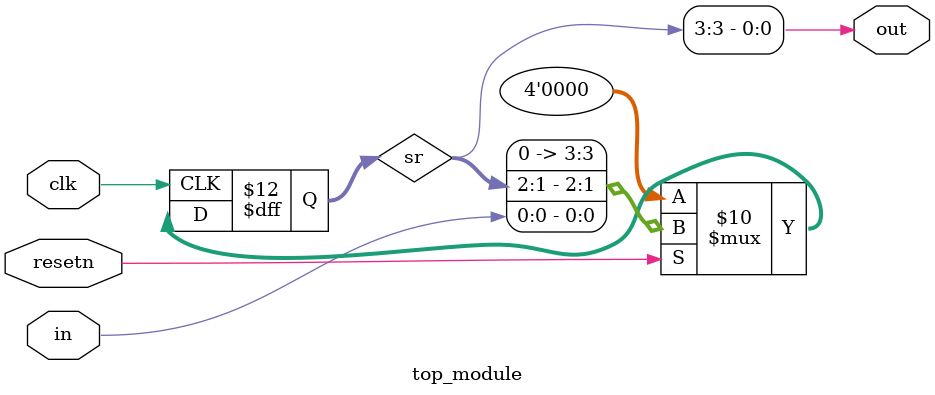
<source format=sv>
module top_module (
	input clk,
	input resetn,
	input in,
	output out
);
    reg [3:0] sr;
    reg [3:0] next_sr;
    
    always @(posedge clk) begin
        if (~resetn) begin
            sr <= 4'b0;
        end else begin
            next_sr[3:0] = sr[2:0];
            next_sr[0] = in;
            
            sr <= next_sr;
        end
    end
    
    assign out = sr[3];
endmodule

</source>
